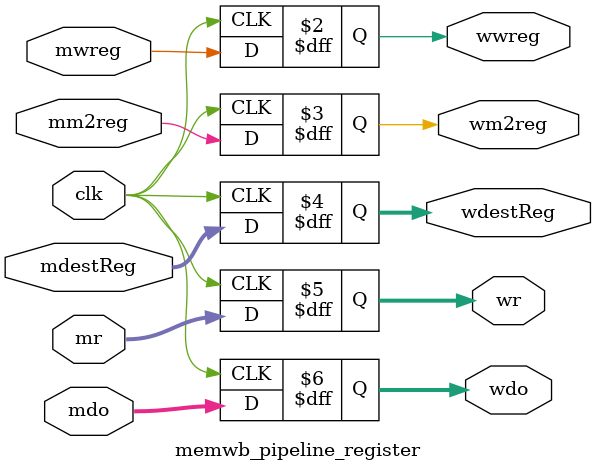
<source format=v>
`timescale 1ns / 1ps


module memwb_pipeline_register(
    input mwreg,
    input mm2reg,
    input [4:0] mdestReg,
    input [31:0] mr,
    input [31:0] mdo,
    input clk,
    output reg wwreg,
    output reg wm2reg,
    output reg [4:0] wdestReg,
    output reg [31:0] wr,
    output reg [31:0] wdo
    );
    
    always @(posedge clk) begin
        wwreg <= mwreg;
        wm2reg <= mm2reg;
        wdestReg <= mdestReg;
        wr <= mr;
        wdo <= mdo;
    end
    
endmodule

</source>
